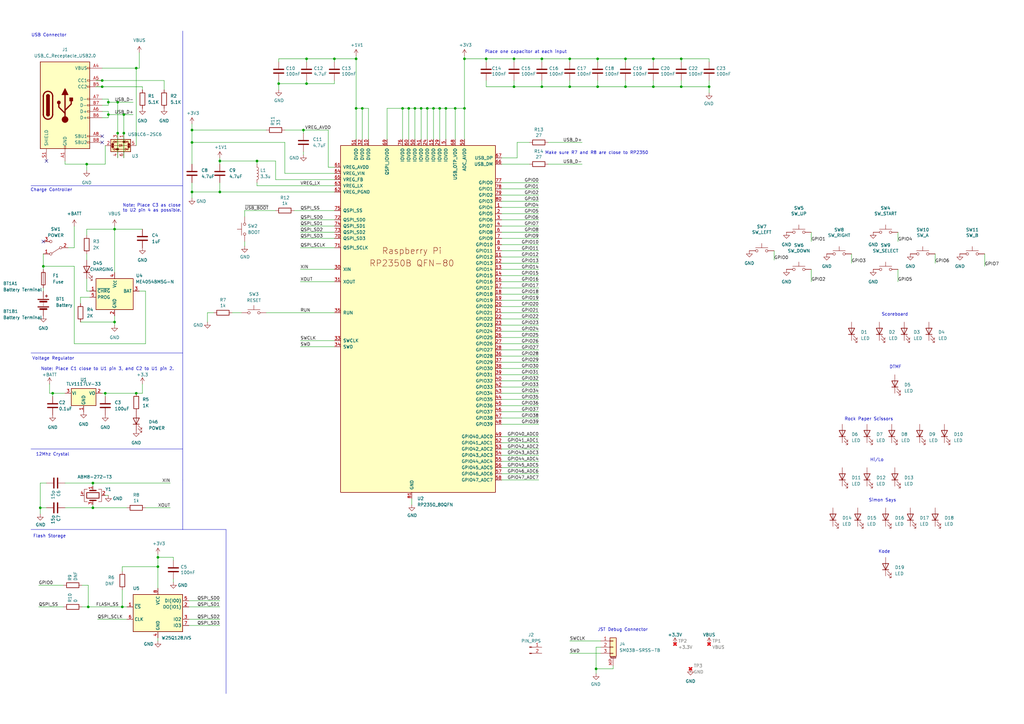
<source format=kicad_sch>
(kicad_sch (version 20250114) (generator "eeschema") (generator_version "9.0")
  (paper "A3")
  (title_block (title "OzSec 2025: CRASHANDBURN") (date "2025-03-02") (rev "1.0") (company "OzSecurity Foundation"))
  (text "Voltage Regulator" (at 21.844 147.066 0) (effects (font (size 1.27 1.27))))
  (text "Rock Paper Scissors" (at 356.362 171.958 0) (effects (font (size 1.27 1.27))))
  (text "Kode" (at 362.712 226.314 0) (effects (font (size 1.27 1.27))))
  (text "Make sure R7 and R8 are close to RP2350\n" (at 223.52 63.5 0) (effects (font (size 1.27 1.27)) (justify left bottom)))
  (text "Charge Controller" (at 21.082 77.978 0) (effects (font (size 1.27 1.27))))
  (text "USB Connector" (at 20.066 14.478 0) (effects (font (size 1.27 1.27))))
  (text "Note: Place C1 close to U1 pin 3, and C2 to U1 pin 2." (at 16.764 151.384 0) (effects (font (size 1.27 1.27)) (justify left)))
  (text "Flash Storage" (at 20.32 219.964 0) (effects (font (size 1.27 1.27))))
  (text "Note: Place C3 as close\nto U2 pin 4 as possible." (at 50.292 85.344 0) (effects (font (size 1.27 1.27)) (justify left)))
  (text "12Mhz Crystal" (at 21.59 186.436 0) (effects (font (size 1.27 1.27))))
  (text "Place one capacitor at each input" (at 215.646 21.336 0) (effects (font (size 1.27 1.27))))
  (text "JST Debug Connector" (at 245.11 259.08 0) (effects (font (size 1.27 1.27)) (justify left bottom)))
  (text "Hi/Lo" (at 359.664 188.722 0) (effects (font (size 1.27 1.27))))
  (text "DTMF" (at 367.284 150.622 0) (effects (font (size 1.27 1.27))))
  (text "Simon Says" (at 361.95 205.232 0) (effects (font (size 1.27 1.27))))
  (text "Scoreboard" (at 367.03 129.032 0) (effects (font (size 1.27 1.27))))
  (junction (at 46.99 132.08))
  (junction (at 38.1 208.28))
  (junction (at 41.91 33.02))
  (junction (at 35.56 67.31))
  (junction (at 125.73 24.13))
  (junction (at 43.18 161.29))
  (junction (at 17.78 109.22))
  (junction (at 245.11 24.13))
  (junction (at 90.17 78.74))
  (junction (at 55.88 161.29))
  (junction (at 245.11 35.56))
  (junction (at 210.82 35.56))
  (junction (at 50.8 54.61))
  (junction (at 90.17 66.04))
  (junction (at 48.26 54.61))
  (junction (at 233.68 35.56))
  (junction (at 177.8 44.45))
  (junction (at 38.1 198.12))
  (junction (at 16.51 208.28))
  (junction (at 190.5 44.45))
  (junction (at 279.4 35.56))
  (junction (at 165.1 44.45))
  (junction (at 175.26 44.45))
  (junction (at 170.18 44.45))
  (junction (at 182.88 44.45))
  (junction (at 125.73 34.29))
  (junction (at 148.59 44.45))
  (junction (at 21.59 161.29))
  (junction (at 146.05 44.45))
  (junction (at 124.46 53.34))
  (junction (at 279.4 24.13))
  (junction (at 267.97 35.56))
  (junction (at 244.475 274.32))
  (junction (at 172.72 44.45))
  (junction (at 210.82 24.13))
  (junction (at 78.74 53.34))
  (junction (at 146.05 24.13))
  (junction (at 256.54 35.56))
  (junction (at 64.77 228.6))
  (junction (at 180.34 44.45))
  (junction (at 190.5 24.13))
  (junction (at 105.41 66.04))
  (junction (at 36.195 248.92))
  (junction (at 48.26 41.91))
  (junction (at 78.74 58.42))
  (junction (at 137.16 24.13))
  (junction (at 199.39 24.13))
  (junction (at 44.45 46.99))
  (junction (at 267.97 24.13))
  (junction (at 55.88 27.94))
  (junction (at 64.77 232.41))
  (junction (at 50.165 248.92))
  (junction (at 78.74 78.74))
  (junction (at 222.25 24.13))
  (junction (at 290.83 35.56))
  (junction (at 256.54 24.13))
  (junction (at 44.45 41.91))
  (junction (at 167.64 44.45))
  (junction (at 41.91 35.56))
  (junction (at 50.8 46.99))
  (junction (at 46.99 93.98))
  (junction (at 233.68 24.13))
  (junction (at 114.3 34.29))
  (junction (at 222.25 35.56))
  (junction (at 186.69 44.45))
  (no_connect (at 41.91 58.42))
  (no_connect (at 17.78 99.06))
  (no_connect (at 19.05 66.04))
  (no_connect (at 41.91 55.88))
  (wire (pts (xy 205.74 133.35) (xy 220.98 133.35)))
  (wire (pts (xy 41.91 33.02) (xy 67.31 33.02)))
  (wire (pts (xy 30.48 92.71) (xy 30.48 101.6)))
  (wire (pts (xy 332.74 110.49) (xy 332.74 115.57)))
  (wire (pts (xy 105.41 76.2) (xy 105.41 74.93)))
  (wire (pts (xy 41.91 40.64) (xy 44.45 40.64)))
  (wire (pts (xy 113.03 86.36) (xy 100.33 86.36)))
  (wire (pts (xy 205.74 130.81) (xy 220.98 130.81)))
  (wire (pts (xy 55.88 27.94) (xy 55.88 59.69)))
  (wire (pts (xy 41.91 35.56) (xy 58.42 35.56)))
  (wire (pts (xy 71.12 228.6) (xy 64.77 228.6)))
  (wire (pts (xy 116.84 71.12) (xy 137.16 71.12)))
  (wire (pts (xy 165.1 57.15) (xy 165.1 44.45)))
  (wire (pts (xy 77.47 248.92) (xy 90.17 248.92)))
  (wire (pts (xy 123.19 110.49) (xy 137.16 110.49)))
  (wire (pts (xy 57.15 21.59) (xy 57.15 27.94)))
  (wire (pts (xy 146.05 22.86) (xy 146.05 24.13)))
  (wire (pts (xy 87.63 128.27) (xy 85.09 128.27)))
  (wire (pts (xy 95.25 128.27) (xy 99.06 128.27)))
  (wire (pts (xy 124.46 53.34) (xy 134.62 53.34)))
  (wire (pts (xy 256.54 25.4) (xy 256.54 24.13)))
  (wire (pts (xy 186.69 44.45) (xy 190.5 44.45)))
  (wire (pts (xy 125.73 33.02) (xy 125.73 34.29)))
  (wire (pts (xy 123.19 95.25) (xy 137.16 95.25)))
  (wire (pts (xy 205.74 110.49) (xy 220.98 110.49)))
  (wire (pts (xy 90.17 64.77) (xy 90.17 66.04)))
  (wire (pts (xy 290.83 33.02) (xy 290.83 35.56)))
  (polyline (pts (xy 74.93 217.17) (xy 12.7 217.17)))
  (wire (pts (xy 146.05 24.13) (xy 146.05 44.45)))
  (wire (pts (xy 199.39 33.02) (xy 199.39 35.56)))
  (wire (pts (xy 123.19 90.17) (xy 137.16 90.17)))
  (polyline (pts (xy 74.93 215.9) (xy 74.93 217.17)))
  (wire (pts (xy 43.18 203.2) (xy 44.45 203.2)))
  (wire (pts (xy 137.16 24.13) (xy 146.05 24.13)))
  (wire (pts (xy 125.73 34.29) (xy 137.16 34.29)))
  (wire (pts (xy 137.16 73.66) (xy 113.03 73.66)))
  (wire (pts (xy 205.74 194.31) (xy 220.98 194.31)))
  (wire (pts (xy 167.64 57.15) (xy 167.64 44.45)))
  (wire (pts (xy 172.72 44.45) (xy 175.26 44.45)))
  (wire (pts (xy 67.31 33.02) (xy 67.31 36.83)))
  (wire (pts (xy 78.74 78.74) (xy 78.74 81.28)))
  (wire (pts (xy 177.8 44.45) (xy 180.34 44.45)))
  (wire (pts (xy 205.74 153.67) (xy 220.98 153.67)))
  (wire (pts (xy 57.15 119.38) (xy 59.69 119.38)))
  (wire (pts (xy 90.17 74.93) (xy 90.17 78.74)))
  (wire (pts (xy 113.03 73.66) (xy 113.03 66.04)))
  (wire (pts (xy 158.75 44.45) (xy 165.1 44.45)))
  (wire (pts (xy 43.18 59.69) (xy 43.18 67.31)))
  (wire (pts (xy 21.59 161.29) (xy 21.59 162.56)))
  (wire (pts (xy 116.84 53.34) (xy 124.46 53.34)))
  (wire (pts (xy 267.97 25.4) (xy 267.97 24.13)))
  (wire (pts (xy 16.51 198.12) (xy 16.51 208.28)))
  (wire (pts (xy 15.875 248.92) (xy 26.035 248.92)))
  (wire (pts (xy 222.25 24.13) (xy 233.68 24.13)))
  (wire (pts (xy 210.82 35.56) (xy 199.39 35.56)))
  (wire (pts (xy 59.69 140.97) (xy 30.48 140.97)))
  (wire (pts (xy 205.74 123.19) (xy 220.98 123.19)))
  (wire (pts (xy 205.74 128.27) (xy 220.98 128.27)))
  (wire (pts (xy 43.18 161.29) (xy 43.18 162.56)))
  (wire (pts (xy 245.11 35.56) (xy 233.68 35.56)))
  (wire (pts (xy 212.09 58.42) (xy 212.09 64.77)))
  (wire (pts (xy 44.45 46.99) (xy 50.8 46.99)))
  (wire (pts (xy 279.4 35.56) (xy 267.97 35.56)))
  (wire (pts (xy 245.11 24.13) (xy 256.54 24.13)))
  (wire (pts (xy 64.77 261.62) (xy 64.77 262.89)))
  (wire (pts (xy 44.45 46.99) (xy 44.45 48.26)))
  (wire (pts (xy 177.8 44.45) (xy 177.8 57.15)))
  (wire (pts (xy 41.91 45.72) (xy 44.45 45.72)))
  (wire (pts (xy 148.59 44.45) (xy 151.13 44.45)))
  (wire (pts (xy 205.74 82.55) (xy 220.98 82.55)))
  (wire (pts (xy 71.12 237.49) (xy 71.12 238.76)))
  (wire (pts (xy 244.475 265.43) (xy 244.475 274.32)))
  (wire (pts (xy 114.3 24.13) (xy 125.73 24.13)))
  (wire (pts (xy 58.42 157.48) (xy 58.42 161.29)))
  (wire (pts (xy 17.78 109.22) (xy 17.78 110.49)))
  (wire (pts (xy 105.41 66.04) (xy 105.41 67.31)))
  (wire (pts (xy 205.74 191.77) (xy 220.98 191.77)))
  (wire (pts (xy 30.48 140.97) (xy 30.48 109.22)))
  (wire (pts (xy 205.74 189.23) (xy 220.98 189.23)))
  (wire (pts (xy 205.74 196.85) (xy 220.98 196.85)))
  (wire (pts (xy 64.77 227.33) (xy 64.77 228.6)))
  (wire (pts (xy 50.8 54.61) (xy 50.8 64.77)))
  (wire (pts (xy 233.68 24.13) (xy 245.11 24.13)))
  (wire (pts (xy 199.39 24.13) (xy 210.82 24.13)))
  (wire (pts (xy 16.51 208.28) (xy 16.51 210.82)))
  (wire (pts (xy 205.74 92.71) (xy 220.98 92.71)))
  (wire (pts (xy 210.82 24.13) (xy 222.25 24.13)))
  (wire (pts (xy 165.1 44.45) (xy 167.64 44.45)))
  (wire (pts (xy 233.68 33.02) (xy 233.68 35.56)))
  (wire (pts (xy 205.74 135.89) (xy 220.98 135.89)))
  (wire (pts (xy 17.78 104.14) (xy 17.78 109.22)))
  (wire (pts (xy 233.68 262.89) (xy 246.38 262.89)))
  (wire (pts (xy 244.475 274.32) (xy 244.475 276.225)))
  (wire (pts (xy 41.91 161.29) (xy 43.18 161.29)))
  (wire (pts (xy 44.45 41.91) (xy 44.45 43.18)))
  (wire (pts (xy 205.74 181.61) (xy 220.98 181.61)))
  (wire (pts (xy 116.84 58.42) (xy 116.84 71.12)))
  (wire (pts (xy 19.05 208.28) (xy 16.51 208.28)))
  (wire (pts (xy 205.74 156.21) (xy 220.98 156.21)))
  (wire (pts (xy 50.165 234.315) (xy 50.165 232.41)))
  (wire (pts (xy 50.165 248.92) (xy 52.07 248.92)))
  (wire (pts (xy 78.74 58.42) (xy 116.84 58.42)))
  (wire (pts (xy 290.83 25.4) (xy 290.83 24.13)))
  (wire (pts (xy 77.47 256.54) (xy 90.17 256.54)))
  (wire (pts (xy 27.94 101.6) (xy 30.48 101.6)))
  (wire (pts (xy 279.4 33.02) (xy 279.4 35.56)))
  (wire (pts (xy 256.54 24.13) (xy 267.97 24.13)))
  (wire (pts (xy 383.54 104.14) (xy 383.54 107.95)))
  (wire (pts (xy 125.73 25.4) (xy 125.73 24.13)))
  (wire (pts (xy 124.46 63.5) (xy 124.46 62.23)))
  (wire (pts (xy 78.74 53.34) (xy 78.74 58.42)))
  (wire (pts (xy 64.77 228.6) (xy 64.77 232.41)))
  (wire (pts (xy 78.74 74.93) (xy 78.74 78.74)))
  (wire (pts (xy 46.99 93.98) (xy 35.56 93.98)))
  (wire (pts (xy 114.3 25.4) (xy 114.3 24.13)))
  (wire (pts (xy 222.25 35.56) (xy 210.82 35.56)))
  (wire (pts (xy 17.78 118.11) (xy 17.78 119.38)))
  (wire (pts (xy 151.13 44.45) (xy 151.13 57.15)))
  (wire (pts (xy 123.19 92.71) (xy 137.16 92.71)))
  (wire (pts (xy 168.91 204.47) (xy 168.91 207.01)))
  (wire (pts (xy 46.99 92.71) (xy 46.99 93.98)))
  (wire (pts (xy 368.3 95.25) (xy 368.3 99.06)))
  (wire (pts (xy 26.67 67.31) (xy 26.67 66.04)))
  (wire (pts (xy 40.005 254) (xy 52.07 254)))
  (wire (pts (xy 33.655 248.92) (xy 36.195 248.92)))
  (wire (pts (xy 90.17 78.74) (xy 137.16 78.74)))
  (wire (pts (xy 246.38 265.43) (xy 244.475 265.43)))
  (polyline (pts (xy 74.93 12.7) (xy 74.93 76.2)))
  (wire (pts (xy 205.74 87.63) (xy 220.98 87.63)))
  (wire (pts (xy 212.09 58.42) (xy 217.17 58.42)))
  (wire (pts (xy 35.56 93.98) (xy 35.56 96.52)))
  (wire (pts (xy 205.74 166.37) (xy 220.98 166.37)))
  (wire (pts (xy 64.77 232.41) (xy 64.77 241.3)))
  (wire (pts (xy 244.475 274.32) (xy 251.46 274.32)))
  (wire (pts (xy 109.22 128.27) (xy 137.16 128.27)))
  (wire (pts (xy 44.45 41.91) (xy 48.26 41.91)))
  (polyline (pts (xy 74.93 76.2) (xy 74.93 144.78)))
  (wire (pts (xy 85.09 128.27) (xy 85.09 132.08)))
  (wire (pts (xy 41.91 27.94) (xy 55.88 27.94)))
  (wire (pts (xy 146.05 44.45) (xy 146.05 57.15)))
  (wire (pts (xy 205.74 95.25) (xy 220.98 95.25)))
  (wire (pts (xy 167.64 44.45) (xy 170.18 44.45)))
  (wire (pts (xy 58.42 35.56) (xy 58.42 36.83)))
  (wire (pts (xy 33.02 132.08) (xy 46.99 132.08)))
  (wire (pts (xy 59.69 208.28) (xy 69.85 208.28)))
  (wire (pts (xy 205.74 97.79) (xy 220.98 97.79)))
  (wire (pts (xy 114.3 33.02) (xy 114.3 34.29)))
  (wire (pts (xy 19.05 198.12) (xy 16.51 198.12)))
  (wire (pts (xy 222.25 33.02) (xy 222.25 35.56)))
  (wire (pts (xy 30.48 109.22) (xy 17.78 109.22)))
  (wire (pts (xy 36.195 240.03) (xy 36.195 248.92)))
  (wire (pts (xy 15.875 240.03) (xy 26.035 240.03)))
  (wire (pts (xy 46.99 93.98) (xy 58.42 93.98)))
  (wire (pts (xy 403.86 104.14) (xy 403.86 109.22)))
  (wire (pts (xy 190.5 44.45) (xy 190.5 57.15)))
  (wire (pts (xy 180.34 44.45) (xy 182.88 44.45)))
  (wire (pts (xy 35.56 69.85) (xy 35.56 67.31)))
  (wire (pts (xy 256.54 35.56) (xy 245.11 35.56)))
  (wire (pts (xy 256.54 33.02) (xy 256.54 35.56)))
  (wire (pts (xy 205.74 115.57) (xy 220.98 115.57)))
  (wire (pts (xy 55.88 27.94) (xy 57.15 27.94)))
  (wire (pts (xy 100.33 86.36) (xy 100.33 88.9)))
  (wire (pts (xy 124.46 53.34) (xy 124.46 54.61)))
  (wire (pts (xy 105.41 76.2) (xy 137.16 76.2)))
  (wire (pts (xy 35.56 67.31) (xy 43.18 67.31)))
  (polyline (pts (xy 74.93 144.78) (xy 74.93 196.85)))
  (wire (pts (xy 205.74 113.03) (xy 220.98 113.03)))
  (wire (pts (xy 90.17 67.31) (xy 90.17 66.04)))
  (wire (pts (xy 33.02 121.92) (xy 33.02 124.46)))
  (wire (pts (xy 205.74 85.09) (xy 220.98 85.09)))
  (wire (pts (xy 170.18 44.45) (xy 172.72 44.45)))
  (wire (pts (xy 190.5 24.13) (xy 190.5 44.45)))
  (wire (pts (xy 205.74 125.73) (xy 220.98 125.73)))
  (wire (pts (xy 50.165 232.41) (xy 64.77 232.41)))
  (wire (pts (xy 205.74 74.93) (xy 220.98 74.93)))
  (wire (pts (xy 71.12 229.87) (xy 71.12 228.6)))
  (wire (pts (xy 120.65 86.36) (xy 137.16 86.36)))
  (wire (pts (xy 46.99 132.08) (xy 46.99 129.54)))
  (wire (pts (xy 332.74 95.25) (xy 332.74 99.06)))
  (wire (pts (xy 125.73 24.13) (xy 137.16 24.13)))
  (wire (pts (xy 158.75 57.15) (xy 158.75 44.45)))
  (polyline (pts (xy 74.93 196.85) (xy 74.93 215.9)))
  (wire (pts (xy 100.33 99.06) (xy 100.33 100.965)))
  (polyline (pts (xy 12.7 76.2) (xy 74.93 76.2)))
  (wire (pts (xy 78.74 53.34) (xy 109.22 53.34)))
  (wire (pts (xy 210.82 33.02) (xy 210.82 35.56)))
  (wire (pts (xy 180.34 57.15) (xy 180.34 44.45)))
  (wire (pts (xy 33.655 240.03) (xy 36.195 240.03)))
  (wire (pts (xy 205.74 184.15) (xy 220.98 184.15)))
  (wire (pts (xy 114.3 34.29) (xy 114.3 36.83)))
  (wire (pts (xy 205.74 120.65) (xy 220.98 120.65)))
  (wire (pts (xy 134.62 68.58) (xy 137.16 68.58)))
  (wire (pts (xy 205.74 158.75) (xy 220.98 158.75)))
  (wire (pts (xy 35.56 114.3) (xy 35.56 119.38)))
  (wire (pts (xy 137.16 139.7) (xy 123.19 139.7)))
  (wire (pts (xy 199.39 25.4) (xy 199.39 24.13)))
  (wire (pts (xy 190.5 24.13) (xy 199.39 24.13)))
  (wire (pts (xy 205.74 148.59) (xy 220.98 148.59)))
  (polyline (pts (xy 92.71 217.17) (xy 74.93 217.17)))
  (wire (pts (xy 205.74 118.11) (xy 220.98 118.11)))
  (wire (pts (xy 290.83 35.56) (xy 279.4 35.56)))
  (wire (pts (xy 172.72 57.15) (xy 172.72 44.45)))
  (wire (pts (xy 48.26 41.91) (xy 48.26 54.61)))
  (wire (pts (xy 36.195 248.92) (xy 50.165 248.92)))
  (wire (pts (xy 205.74 146.05) (xy 220.98 146.05)))
  (wire (pts (xy 113.03 66.04) (xy 105.41 66.04)))
  (wire (pts (xy 267.97 33.02) (xy 267.97 35.56)))
  (wire (pts (xy 233.68 35.56) (xy 222.25 35.56)))
  (wire (pts (xy 205.74 168.91) (xy 220.98 168.91)))
  (wire (pts (xy 77.47 246.38) (xy 90.17 246.38)))
  (wire (pts (xy 205.74 90.17) (xy 220.98 90.17)))
  (wire (pts (xy 267.97 35.56) (xy 256.54 35.56)))
  (wire (pts (xy 175.26 44.45) (xy 177.8 44.45)))
  (wire (pts (xy 245.11 25.4) (xy 245.11 24.13)))
  (wire (pts (xy 245.11 33.02) (xy 245.11 35.56)))
  (wire (pts (xy 205.74 179.07) (xy 220.98 179.07)))
  (wire (pts (xy 205.74 105.41) (xy 220.98 105.41)))
  (wire (pts (xy 39.37 35.56) (xy 41.91 35.56)))
  (wire (pts (xy 170.18 57.15) (xy 170.18 44.45)))
  (wire (pts (xy 205.74 107.95) (xy 220.98 107.95)))
  (wire (pts (xy 205.74 161.29) (xy 220.98 161.29)))
  (wire (pts (xy 35.56 104.14) (xy 35.56 106.68)))
  (wire (pts (xy 205.74 171.45) (xy 220.98 171.45)))
  (wire (pts (xy 50.8 46.99) (xy 54.61 46.99)))
  (wire (pts (xy 21.59 161.29) (xy 20.32 161.29)))
  (wire (pts (xy 137.16 115.57) (xy 123.19 115.57)))
  (wire (pts (xy 35.56 67.31) (xy 26.67 67.31)))
  (wire (pts (xy 38.1 208.28) (xy 52.07 208.28)))
  (wire (pts (xy 90.17 66.04) (xy 105.41 66.04)))
  (wire (pts (xy 137.16 101.6) (xy 123.19 101.6)))
  (wire (pts (xy 205.74 64.77) (xy 212.09 64.77)))
  (wire (pts (xy 349.25 104.14) (xy 349.25 107.95)))
  (wire (pts (xy 21.59 161.29) (xy 26.67 161.29)))
  (wire (pts (xy 50.8 46.99) (xy 50.8 54.61)))
  (wire (pts (xy 205.74 102.87) (xy 220.98 102.87)))
  (wire (pts (xy 50.165 241.935) (xy 50.165 248.92)))
  (wire (pts (xy 44.45 40.64) (xy 44.45 41.91)))
  (wire (pts (xy 123.19 97.79) (xy 137.16 97.79)))
  (wire (pts (xy 114.3 34.29) (xy 125.73 34.29)))
  (polyline (pts (xy 92.71 284.48) (xy 92.71 217.17)))
  (wire (pts (xy 38.1 207.01) (xy 38.1 208.28)))
  (wire (pts (xy 77.47 254) (xy 90.17 254)))
  (wire (pts (xy 137.16 34.29) (xy 137.16 33.02)))
  (wire (pts (xy 186.69 57.15) (xy 186.69 44.45)))
  (wire (pts (xy 190.5 22.86) (xy 190.5 24.13)))
  (wire (pts (xy 134.62 53.34) (xy 134.62 68.58)))
  (wire (pts (xy 222.25 25.4) (xy 222.25 24.13)))
  (wire (pts (xy 59.69 119.38) (xy 59.69 140.97)))
  (wire (pts (xy 267.97 24.13) (xy 279.4 24.13)))
  (wire (pts (xy 368.3 110.49) (xy 368.3 115.57)))
  (wire (pts (xy 41.91 48.26) (xy 44.45 48.26)))
  (wire (pts (xy 182.88 44.45) (xy 182.88 57.15)))
  (wire (pts (xy 48.26 54.61) (xy 48.26 64.77)))
  (wire (pts (xy 182.88 44.45) (xy 186.69 44.45)))
  (wire (pts (xy 279.4 24.13) (xy 290.83 24.13)))
  (wire (pts (xy 38.1 198.12) (xy 69.85 198.12)))
  (wire (pts (xy 205.74 186.69) (xy 220.98 186.69)))
  (wire (pts (xy 39.37 33.02) (xy 41.91 33.02)))
  (wire (pts (xy 148.59 57.15) (xy 148.59 44.45)))
  (wire (pts (xy 44.45 43.18) (xy 41.91 43.18)))
  (wire (pts (xy 175.26 57.15) (xy 175.26 44.45)))
  (wire (pts (xy 205.74 163.83) (xy 220.98 163.83)))
  (wire (pts (xy 224.79 58.42) (xy 238.76 58.42)))
  (wire (pts (xy 43.18 161.29) (xy 55.88 161.29)))
  (wire (pts (xy 233.68 267.97) (xy 246.38 267.97)))
  (wire (pts (xy 290.83 35.56) (xy 290.83 38.1)))
  (wire (pts (xy 78.74 50.8) (xy 78.74 53.34)))
  (wire (pts (xy 26.67 198.12) (xy 38.1 198.12)))
  (wire (pts (xy 137.16 25.4) (xy 137.16 24.13)))
  (wire (pts (xy 251.46 273.05) (xy 251.46 274.32)))
  (wire (pts (xy 205.74 151.13) (xy 220.98 151.13)))
  (wire (pts (xy 36.83 121.92) (xy 33.02 121.92)))
  (wire (pts (xy 205.74 100.33) (xy 220.98 100.33)))
  (wire (pts (xy 224.79 67.31) (xy 238.76 67.31)))
  (wire (pts (xy 233.68 25.4) (xy 233.68 24.13)))
  (wire (pts (xy 205.74 77.47) (xy 220.98 77.47)))
  (wire (pts (xy 205.74 143.51) (xy 220.98 143.51)))
  (polyline (pts (xy 12.7 184.15) (xy 74.93 184.15)))
  (wire (pts (xy 205.74 173.99) (xy 220.98 173.99)))
  (wire (pts (xy 210.82 25.4) (xy 210.82 24.13)))
  (wire (pts (xy 205.74 140.97) (xy 220.98 140.97)))
  (wire (pts (xy 20.32 157.48) (xy 20.32 161.29)))
  (wire (pts (xy 205.74 138.43) (xy 220.98 138.43)))
  (wire (pts (xy 38.1 199.39) (xy 38.1 198.12)))
  (wire (pts (xy 46.99 93.98) (xy 46.99 111.76)))
  (wire (pts (xy 48.26 41.91) (xy 54.61 41.91)))
  (polyline (pts (xy 12.7 144.78) (xy 74.93 144.78)))
  (wire (pts (xy 148.59 44.45) (xy 146.05 44.45)))
  (wire (pts (xy 55.88 161.29) (xy 58.42 161.29)))
  (wire (pts (xy 137.16 142.24) (xy 123.19 142.24)))
  (wire (pts (xy 205.74 80.01) (xy 220.98 80.01)))
  (wire (pts (xy 35.56 119.38) (xy 36.83 119.38)))
  (wire (pts (xy 279.4 25.4) (xy 279.4 24.13)))
  (wire (pts (xy 78.74 58.42) (xy 78.74 67.31)))
  (wire (pts (xy 317.5 102.87) (xy 317.5 106.68)))
  (wire (pts (xy 26.67 208.28) (xy 38.1 208.28)))
  (wire (pts (xy 205.74 67.31) (xy 217.17 67.31)))
  (wire (pts (xy 44.45 45.72) (xy 44.45 46.99)))
  (wire (pts (xy 78.74 78.74) (xy 90.17 78.74)))
  (wire (pts (xy 46.99 133.35) (xy 46.99 132.08)))
  (label "SWD" (at 233.68 267.97 0))
  (label "VREG_LX" (at 123.19 76.2 0))
  (label "GPIO6" (at 220.98 90.17 180))
  (label "GPIO40_ADC0" (at 220.98 179.07 180))
  (label "GPIO0" (at 317.5 106.68 0))
  (label "GPIO36" (at 220.98 166.37 180))
  (label "GPIO27" (at 220.98 143.51 180))
  (label "QSPI_SD0" (at 123.19 90.17 0))
  (label "GPIO24" (at 220.98 135.89 180))
  (label "GPIO34" (at 220.98 161.29 180))
  (label "QSPI_SS" (at 123.19 86.36 0))
  (label "GPIO12" (at 220.98 105.41 180))
  (label "GPIO30" (at 220.98 151.13 180))
  (label "GPIO20" (at 220.98 125.73 180))
  (label "GPIO0" (at 15.875 240.03 0))
  (label "GPIO3" (at 349.25 107.95 0))
  (label "GPIO45_ADC5" (at 220.98 191.77 180))
  (label "GPIO32" (at 220.98 156.21 180))
  (label "SWCLK" (at 233.68 262.89 0))
  (label "QSPI_SCLK" (at 40.005 254 0))
  (label "RUN" (at 123.19 128.27 0))
  (label "USB_D-" (at 238.76 67.31 180))
  (label "GPIO2" (at 220.98 80.01 180))
  (label "GPIO3" (at 220.98 82.55 180))
  (label "QSPI_SS" (at 15.875 248.92 0))
  (label "GPIO38" (at 220.98 171.45 180))
  (label "QSPI_SD0" (at 90.17 246.38 180))
  (label "USB_D-" (at 46.99 41.91 0))
  (label "GPIO41_ADC1" (at 220.98 181.61 180))
  (label "GPIO10" (at 220.98 100.33 180))
  (label "~{USB_BOOT}" (at 100.33 86.36 0))
  (label "USB_D+" (at 238.76 58.42 180))
  (label "GPIO21" (at 220.98 128.27 180))
  (label "QSPI_SD3" (at 123.19 97.79 0))
  (label "GPIO23" (at 220.98 133.35 180))
  (label "GPIO5" (at 220.98 87.63 180))
  (label "USB_D+" (at 46.99 46.99 0))
  (label "GPIO5" (at 368.3 115.57 0))
  (label "GPIO4" (at 220.98 85.09 180))
  (label "XOUT" (at 123.19 115.57 0))
  (label "GPIO35" (at 220.98 163.83 180))
  (label "GPIO6" (at 383.54 107.95 0))
  (label "FLASH_SS" (at 39.37 248.92 0))
  (label "GPIO31" (at 220.98 153.67 180))
  (label "QSPI_SD1" (at 123.19 92.71 0))
  (label "GPIO44_ADC4" (at 220.98 189.23 180))
  (label "GPIO17" (at 220.98 118.11 180))
  (label "GPIO1" (at 220.98 77.47 180))
  (label "XIN" (at 123.19 110.49 0))
  (label "GPIO7" (at 220.98 92.71 180))
  (label "GPIO13" (at 220.98 107.95 180))
  (label "GPIO4" (at 368.3 99.06 0))
  (label "GPIO11" (at 220.98 102.87 180))
  (label "GPIO37" (at 220.98 168.91 180))
  (label "GPIO15" (at 220.98 113.03 180))
  (label "GPIO7" (at 403.86 109.22 0))
  (label "GPIO8" (at 220.98 95.25 180))
  (label "GPIO22" (at 220.98 130.81 180))
  (label "GPIO1" (at 332.74 99.06 0))
  (label "GPIO42_ADC2" (at 220.98 184.15 180))
  (label "GPIO18" (at 220.98 120.65 180))
  (label "QSPI_SD2" (at 90.17 254 180))
  (label "GPIO19" (at 220.98 123.19 180))
  (label "SWCLK" (at 123.19 139.7 0))
  (label "QSPI_SCLK" (at 123.19 101.6 0))
  (label "GPIO47_ADC7" (at 220.98 196.85 180))
  (label "GPIO28" (at 220.98 146.05 180))
  (label "GPIO26" (at 220.98 140.97 180))
  (label "VREG_AVDD" (at 125.095 53.34 0))
  (label "GPIO16" (at 220.98 115.57 180))
  (label "GPIO25" (at 220.98 138.43 180))
  (label "GPIO9" (at 220.98 97.79 180))
  (label "XOUT" (at 69.85 208.28 180))
  (label "QSPI_SD2" (at 123.19 95.25 0))
  (label "SWD" (at 123.19 142.24 0))
  (label "XIN" (at 69.85 198.12 180))
  (label "GPIO46_ADC6" (at 220.98 194.31 180))
  (label "GPIO29" (at 220.98 148.59 180))
  (label "QSPI_SD1" (at 90.17 248.92 180))
  (label "GPIO14" (at 220.98 110.49 180))
  (label "GPIO43_ADC3" (at 220.98 186.69 180))
  (label "GPIO33" (at 220.98 158.75 180))
  (label "GPIO39" (at 220.98 173.99 180))
  (label "GPIO2" (at 332.74 115.57 0))
  (label "QSPI_SD3" (at 90.17 256.54 180))
  (label "GPIO0" (at 220.98 74.93 180))
  (symbol (lib_id "power:GND") (at 16.51 210.82 0) (unit 1)
    (property "Reference" "#PWR09" (effects (hide yes)))
    (property "Value" "GND" (at 16.637 215.2142 0))
  )
  (symbol (lib_id "power:GND") (at 64.77 262.89 0) (unit 1)
    (property "Reference" "#PWR07" (effects (hide yes)))
    (property "Value" "GND" (at 60.96 264.16 0))
  )
  (symbol (lib_id "Device:R") (at 220.98 58.42 270) (unit 1)
    (property "Reference" "R13" (at 220.98 53.1622 90))
    (property "Value" "27" (at 220.98 55.4736 90))
    (property "Footprint" "Resistor_SMD:R_0402_1005Metric" (effects (hide yes)))
    (property "LCSC" "C138021" (effects (hide yes)))
    (property "Link" "https://jlcpcb.com/partdetail/Yageo-RC0402FR0727RL/C138021" (effects (hide yes)))
  )
  (symbol (lib_id "Device:R") (at 220.98 67.31 270) (unit 1)
    (property "Reference" "R14" (at 220.98 62.0522 90))
    (property "Value" "27" (at 220.98 64.3636 90))
    (property "Footprint" "Resistor_SMD:R_0402_1005Metric" (effects (hide yes)))
    (property "LCSC" "C138021" (effects (hide yes)))
    (property "Link" "https://jlcpcb.com/partdetail/Yageo-RC0402FR0727RL/C138021" (effects (hide yes)))
  )
  (symbol (lib_id "Device:C") (at 222.25 29.21 0) (unit 1)
    (property "Reference" "C16" (at 225.171 28.0416 0) (effects (justify left)))
    (property "Value" "100nF" (at 225.171 30.353 0) (effects (justify left)))
    (property "Footprint" "Capacitor_SMD:C_0402_1005Metric" (effects (hide yes)))
    (property "LCSC" "C307331" (effects (hide yes)))
    (property "Link" "https://jlcpcb.com/partdetail/291005-CL05B104KB54PNC/C307331" (effects (hide yes)))
  )
  (symbol (lib_id "Device:C") (at 233.68 29.21 0) (unit 1)
    (property "Reference" "C17" (at 236.601 28.0416 0) (effects (justify left)))
    (property "Value" "100nF" (at 236.601 30.353 0) (effects (justify left)))
    (property "Footprint" "Capacitor_SMD:C_0402_1005Metric" (effects (hide yes)))
    (property "LCSC" "C307331" (effects (hide yes)))
    (property "Link" "https://jlcpcb.com/partdetail/291005-CL05B104KB54PNC/C307331" (effects (hide yes)))
  )
  (symbol (lib_id "Device:C") (at 245.11 29.21 0) (unit 1)
    (property "Reference" "C18" (at 248.031 28.0416 0) (effects (justify left)))
    (property "Value" "100nF" (at 248.031 30.353 0) (effects (justify left)))
    (property "Footprint" "Capacitor_SMD:C_0402_1005Metric" (effects (hide yes)))
    (property "LCSC" "C307331" (effects (hide yes)))
    (property "Link" "https://jlcpcb.com/partdetail/291005-CL05B104KB54PNC/C307331" (effects (hide yes)))
  )
  (symbol (lib_id "Device:C") (at 256.54 29.21 0) (unit 1)
    (property "Reference" "C19" (at 259.461 28.0416 0) (effects (justify left)))
    (property "Value" "100nF" (at 259.461 30.353 0) (effects (justify left)))
    (property "Footprint" "Capacitor_SMD:C_0402_1005Metric" (effects (hide yes)))
    (property "LCSC" "C307331" (effects (hide yes)))
    (property "Link" "https://jlcpcb.com/partdetail/291005-CL05B104KB54PNC/C307331" (effects (hide yes)))
  )
  (symbol (lib_id "Device:C") (at 267.97 29.21 0) (unit 1)
    (property "Reference" "C20" (at 270.891 28.0416 0) (effects (justify left)))
    (property "Value" "100nF" (at 270.891 30.353 0) (effects (justify left)))
    (property "Footprint" "Capacitor_SMD:C_0402_1005Metric" (effects (hide yes)))
    (property "LCSC" "C307331" (effects (hide yes)))
    (property "Link" "https://jlcpcb.com/partdetail/291005-CL05B104KB54PNC/C307331" (effects (hide yes)))
  )
  (symbol (lib_id "Device:C") (at 279.4 29.21 0) (unit 1)
    (property "Reference" "C22" (at 282.321 28.0416 0) (effects (justify left)))
    (property "Value" "100nF" (at 282.321 30.353 0) (effects (justify left)))
    (property "Footprint" "Capacitor_SMD:C_0402_1005Metric" (effects (hide yes)))
    (property "LCSC" "C307331" (effects (hide yes)))
    (property "Link" "https://jlcpcb.com/partdetail/291005-CL05B104KB54PNC/C307331" (effects (hide yes)))
  )
  (symbol (lib_id "Device:Crystal_GND24") (at 38.1 203.2 270) (unit 1)
    (property "Reference" "Y1" (at 43.18 200.66 90) (effects (justify left)))
    (property "Value" "ABM8-272-T3" (at 31.75 195.58 90) (effects (justify left)))
    (property "Footprint" "Crystal:Crystal_SMD_3225-4Pin_3.2x2.5mm" (effects (hide yes)))
    (property "Link" "https://jlcpcb.com/partdetail/AbraconLlc-ABM8_272T3/C20625731" (effects (hide yes)))
    (property "LCSC" "C20625731" (effects (hide yes)))
  )
  (symbol (lib_id "Device:R") (at 55.88 208.28 270) (unit 1)
    (property "Reference" "R8" (at 55.88 203.0222 90))
    (property "Value" "1k" (at 55.88 205.3336 90))
    (property "Footprint" "Resistor_SMD:R_0402_1005Metric" (effects (hide yes)))
    (property "LCSC" "C11702" (effects (hide yes)))
    (property "Link" "https://jlcpcb.com/partdetail/12256-0402WGF1001TCE/C11702" (effects (hide yes)))
  )
  (symbol (lib_id "Device:R") (at 33.02 128.27 0) (unit 1)
    (property "Reference" "R4" (at 35.56 127 0) (effects (justify left)))
    (property "Value" "2K" (at 35.56 129.54 0) (effects (justify left)))
    (property "Footprint" "Resistor_SMD:R_0402_1005Metric" (effects (hide yes)))
    (property "Datasheet" "https://jlcpcb.com/api/file/downloadByFileSystemAccessId/8579707948863373312" (effects (hide yes)))
    (property "Description" "Resistor SMD" (effects (hide yes)))
    (property "LCSC" "C4109" (effects (hide yes)))
    (property "Link" "https://jlcpcb.com/partdetail/4516-0402WGF2001TCE/C4109" (effects (hide yes)))
  )
  (symbol (lib_id "Connector:Conn_01x02_Pin") (at 217.17 265.43 0) (unit 1)
    (property "Reference" "J2" (at 217.805 260.35 0))
    (property "Value" "PIN_RPS" (at 217.805 262.89 0))
    (property "Footprint" "Connector_PinHeader_2.54mm:PinHeader_1x02_P2.54mm_Horizontal" (effects (hide yes)))
    (property "Description" "Generic connector, single row, 01x02, script generated" (effects (hide yes)))
  )
  (symbol (lib_name "GND_3") (lib_id "power:GND") (at 358.14 95.25 0) (unit 1)
    (property "Reference" "#PWR036" (effects (hide yes)))
    (property "Value" "GND" (at 358.14 100.33 0))
    (property "Description" "Power symbol creates a global label with name \"GND\" , ground" (effects (hide yes)))
  )
  (symbol (lib_id "Device:C") (at 137.16 29.21 0) (unit 1)
    (property "Reference" "C13" (at 140.081 28.0416 0) (effects (justify left)))
    (property "Value" "100nF" (at 140.081 30.353 0) (effects (justify left)))
    (property "Footprint" "Capacitor_SMD:C_0402_1005Metric" (effects (hide yes)))
    (property "LCSC" "C307331" (effects (hide yes)))
    (property "Link" "https://jlcpcb.com/partdetail/291005-CL05B104KB54PNC/C307331" (effects (hide yes)))
  )
  (symbol (lib_id "power:GND") (at 114.3 36.83 0) (unit 1)
    (property "Reference" "#PWR031" (effects (hide yes)))
    (property "Value" "GND" (at 114.427 41.2242 0))
  )
  (symbol (lib_id "power:GND") (at 55.88 176.53 0) (unit 1)
    (property "Reference" "#PWR023" (effects (hide yes)))
    (property "Value" "GND" (at 55.88 181.61 0))
  )
  (symbol (lib_id "power:GND") (at 17.78 129.54 0) (unit 1)
    (property "Reference" "#PWR014" (effects (hide yes)))
    (property "Value" "GND" (at 17.78 134.62 0))
  )
  (symbol (lib_id "Device:LED") (at 373.38 212.09 90) (unit 1)
    (property "Reference" "D17" (at 377.19 212.4074 90) (effects (justify right)))
    (property "Value" "LED" (at 377.19 214.9474 90) (effects (justify right)))
    (property "Description" "Light emitting diode" (effects (hide yes)))
    (property "Sim.Pins" "1=K 2=A" (effects (hide yes)))
  )
  (symbol (lib_id "Device:C") (at 210.82 29.21 0) (unit 1)
    (property "Reference" "C15" (at 213.741 28.0416 0) (effects (justify left)))
    (property "Value" "100nF" (at 213.741 30.353 0) (effects (justify left)))
    (property "Footprint" "Capacitor_SMD:C_0402_1005Metric" (effects (hide yes)))
    (property "LCSC" "C307331" (effects (hide yes)))
    (property "Link" "https://jlcpcb.com/partdetail/291005-CL05B104KB54PNC/C307331" (effects (hide yes)))
  )
  (symbol (lib_id "power:GND") (at 290.83 38.1 0) (mirror y) (unit 1)
    (property "Reference" "#PWR038" (effects (hide yes)))
    (property "Value" "GND" (at 290.703 42.4942 0))
  )
  (symbol (lib_id "Switch:SW_Push") (at 104.14 128.27 0) (unit 1)
    (property "Reference" "SW3" (at 104.14 120.65 0))
    (property "Value" "RESET" (at 104.14 123.19 0))
    (property "Footprint" "Button_Switch_SMD:SW_Push_1P1T_XKB_TS-1187A" (effects (hide yes)))
    (property "Datasheet" "https://wmsc.lcsc.com/wmsc/upload/file/pdf/v2/lcsc/2304140030_XKB-Connection-TS-1187A-B-A-B_C318884.pdf" (effects (hide yes)))
    (property "Description" "SMD Button" (effects (hide yes)))
    (property "LCSC" "C318884" (effects (hide yes)))
    (property "Link" "https://jlcpcb.com/partdetail/XkbConnection-TS_1187A_B_AB/C318884" (effects (hide yes)))
  )
  (symbol (lib_id "Device:C") (at 22.86 208.28 270) (unit 1)
    (property "Reference" "C7" (at 24.0284 211.201 0) (effects (justify left)))
    (property "Value" "15p" (at 21.717 211.201 0) (effects (justify left)))
    (property "Footprint" "Capacitor_SMD:C_0402_1005Metric" (effects (hide yes)))
    (property "LCSC" "C1644" (effects (hide yes)))
    (property "Link" "https://jlcpcb.com/partdetail/1996-CL10C150JB8NNNC/C1644" (effects (hide yes)))
  )
  (symbol (lib_id "Device:C") (at 290.83 29.21 0) (unit 1)
    (property "Reference" "C23" (at 293.751 28.0416 0) (effects (justify left)))
    (property "Value" "100nF" (at 293.751 30.353 0) (effects (justify left)))
    (property "Footprint" "Capacitor_SMD:C_0402_1005Metric" (effects (hide yes)))
    (property "LCSC" "C307331" (effects (hide yes)))
    (property "Link" "https://jlcpcb.com/partdetail/291005-CL05B104KB54PNC/C307331" (effects (hide yes)))
  )
  (symbol (lib_id "power:GND") (at 124.46 63.5 0) (unit 1)
    (property "Reference" "#PWR032" (effects (hide yes)))
    (property "Value" "GND" (at 120.65 64.77 0))
  )
  (symbol (lib_id "Device:LED") (at 35.56 110.49 90) (unit 1)
    (property "Reference" "D45" (at 38.1 107.95 90) (effects (justify right)))
    (property "Value" "CHARGING" (at 36.83 110.49 90) (effects (justify right)))
    (property "Footprint" "LED_SMD:LED_0805_2012Metric_Pad1.15x1.40mm_HandSolder" (effects (hide yes)))
    (property "Datasheet" "https://wmsc.lcsc.com/wmsc/upload/file/pdf/v2/lcsc/1806151129_Hubei-KENTO-Elec-KT-0805Y_C2296.pdf" (effects (hide yes)))
    (property "Description" "LED Yellow" (effects (hide yes)))
    (property "LCSC" "C2296" (effects (hide yes)))
    (property "Link" "https://wmsc.lcsc.com/wmsc/upload/file/pdf/v2/lcsc/1806151129_Hubei-KENTO-Elec-KT-0805Y_C2296.pdf" (effects (hide yes)))
  )
  (symbol (lib_id "Device:LED") (at 345.44 195.58 90) (unit 1)
    (property "Reference" "D11" (at 349.25 195.8974 90) (effects (justify right)))
    (property "Value" "LED" (at 349.25 198.4374 90) (effects (justify right)))
    (property "Description" "Light emitting diode" (effects (hide yes)))
    (property "Sim.Pins" "1=K 2=A" (effects (hide yes)))
  )
  (symbol (lib_id "Switch:SW_Push") (at 363.22 95.25 0) (unit 1)
    (property "Reference" "SW4" (at 363.22 85.344 0))
    (property "Value" "SW_START" (at 363.22 87.63 0))
    (property "Footprint" "Button_Switch_SMD:SW_Push_1P1T_XKB_TS-1187A" (effects (hide yes)))
    (property "Description" "Push button switch, generic, two pins" (effects (hide yes)))
    (property "LCSC" "C2888900" (effects (hide yes)))
    (property "Link" "https://jlcpcb.com/partdetail/Bzcn-TSC015A03526A/C2888900" (effects (hide yes)))
  )
  (symbol (lib_id "Device:R") (at 113.03 53.34 90) (unit 1)
    (property "Reference" "R11" (at 111.8616 51.562 0) (effects (justify left)))
    (property "Value" "33" (at 114.173 51.562 0) (effects (justify left)))
    (property "Footprint" "Resistor_SMD:R_0402_1005Metric" (effects (hide yes)))
    (property "LCSC" "C25105" (effects (hide yes)))
  )
  (symbol (lib_id "power:GND") (at 44.45 203.2 0) (unit 1)
    (property "Reference" "#PWR027" (effects (hide yes)))
    (property "Value" "GND" (at 48.26 204.47 0))
  )
  (symbol (lib_id "Switch:SW_SPDT") (at 22.86 101.6 180) (unit 1)
    (property "Reference" "SW1" (at 22.86 93.98 0))
    (property "Value" "POWER" (at 22.86 96.52 0))
    (property "Footprint" "Button_Switch_SMD:SW_SPDT_PCM12" (effects (hide yes)))
    (property "Datasheet" "https://wmsc.lcsc.com/wmsc/upload/file/pdf/v2/lcsc/1912111437_SHOU-HAN-MSK12C02-HB_C431541.pdf" (effects (hide yes)))
    (property "Description" "Power switch" (effects (hide yes)))
    (property "LCSC" "C431541" (effects (hide yes)))
    (property "Link" "https://jlcpcb.com/partdetail/ShouHan-MSK12C02HB/C431541" (effects (hide yes)))
  )
  (symbol (lib_name "GND_3") (lib_id "power:GND") (at 322.58 110.49 0) (unit 1)
    (property "Reference" "#PWR02" (effects (hide yes)))
    (property "Value" "GND" (at 322.58 115.57 0))
    (property "Description" "Power symbol creates a global label with name \"GND\" , ground" (effects (hide yes)))
  )
  (symbol (lib_id "Device:R") (at 29.845 240.03 90) (unit 1)
    (property "Reference" "R9" (at 28.6766 238.252 0) (effects (justify left)))
    (property "Value" "DNF" (at 30.988 238.252 0) (effects (justify left)))
    (property "Footprint" "Resistor_SMD:R_0402_1005Metric" (effects (hide yes)))
  )
  (symbol (lib_id "power:GND") (at 58.42 101.6 0) (unit 1)
    (property "Reference" "#PWR024" (effects (hide yes)))
    (property "Value" "GND" (at 58.42 106.68 0))
  )
  (symbol (lib_id "Device:R") (at 50.165 238.125 0) (mirror y) (unit 1)
    (property "Reference" "R6" (at 46.99 236.855 0) (effects (justify left)))
    (property "Value" "DNF" (at 46.99 239.395 0) (effects (justify left)))
    (property "Footprint" "Resistor_SMD:R_0402_1005Metric" (effects (hide yes)))
  )
  (symbol (lib_id "Connector:USB_C_Receptacle_USB2.0") (at 26.67 43.18 0) (unit 1)
    (property "Reference" "J1" (at 26.67 20.32 0))
    (property "Value" "USB_C_Receptacle_USB2.0" (at 26.67 22.86 0))
    (property "Footprint" "Connector_USB:USB_C_Receptacle_G-Switch_GT-USB-7010ASV" (effects (hide yes)))
    (property "Datasheet" "https://wmsc.lcsc.com/wmsc/upload/file/pdf/v2/lcsc/2303271630_G-Switch-GT-USB-7010ASV_C2988369.pdf" (effects (hide yes)))
    (property "Description" "USB Type-C connector" (effects (hide yes)))
    (property "LCSC" "C2988369" (effects (hide yes)))
    (property "Link" "https://jlcpcb.com/partdetail/gswitch-GT_USB7010ASV/C2988369" (effects (hide yes)))
  )
  (symbol (lib_id "power:+1V1") (at 146.05 22.86 0) (unit 1)
    (property "Reference" "#PWR033" (effects (hide yes)))
    (property "Value" "+1V1" (at 146.431 18.4658 0))
  )
  (symbol (lib_id "Connector:TestPoint_Small") (at 283.21 274.32 0) (unit 1) (dnp yes)
    (property "Reference" "TP3" (at 284.48 273.0499 0) (effects (justify left)))
    (property "Value" "GND" (at 284.48 275.5899 0) (effects (justify left)))
    (property "Footprint" "TestPoint:TestPoint_Pad_1.5x1.5mm" (effects (hide yes)))
    (property "Description" "test point" (effects (hide yes)))
  )
  (symbol (lib_id "Device:C") (at 58.42 97.79 0) (unit 1)
    (property "Reference" "C4" (at 62.23 96.52 0) (effects (justify left)))
    (property "Value" "1uF" (at 62.23 99.06 0) (effects (justify left)))
    (property "Footprint" "Capacitor_SMD:C_0402_1005Metric" (effects (hide yes)))
    (property "Datasheet" "https://wmsc.lcsc.com/wmsc/upload/file/pdf/v2/lcsc/2304140030_Samsung-Electro-Mechanics-CL05A105KA5NQNC_C52923.pdf" (effects (hide yes)))
    (property "Description" "Capacitor SMD" (effects (hide yes)))
    (property "LCSC" "C52923" (effects (hide yes)))
    (property "Link" "https://jlcpcb.com/partdetail/53938-CL05A105KA5NQNC/C52923" (effects (hide yes)))
  )
  (symbol (lib_id "power:GND") (at 244.475 276.225 0) (mirror y) (unit 1)
    (property "Reference" "#PWR039" (effects (hide yes)))
    (property "Value" "GND" (at 244.348 280.6192 0))
  )
  (symbol (lib_id "Device:C") (at 124.46 58.42 0) (unit 1)
    (property "Reference" "C11" (at 128.27 57.15 0) (effects (justify left)))
    (property "Value" "4.7uF" (at 128.27 59.69 0) (effects (justify left)))
    (property "Footprint" "Capacitor_SMD:C_0402_1005Metric" (effects (hide yes)))
    (property "LCSC" "C23733" (effects (hide yes)))
    (property "Link" "https://jlcpcb.com/partdetail/24469-CL05A475MP5NRNC/C23733" (effects (hide yes)))
  )
  (symbol (lib_id "Device:LED") (at 387.35 177.8 90) (unit 1)
    (property "Reference" "D10" (at 391.16 178.1174 90) (effects (justify right)))
    (property "Value" "LED" (at 391.16 180.6574 90) (effects (justify right)))
    (property "Description" "Light emitting diode" (effects (hide yes)))
    (property "Sim.Pins" "1=K 2=A" (effects (hide yes)))
  )
  (symbol (lib_id "power:GND") (at 43.18 170.18 0) (unit 1)
    (property "Reference" "#PWR020" (effects (hide yes)))
    (property "Value" "GND" (at 43.18 175.26 0))
  )
  (symbol (lib_id "Device:C") (at 22.86 198.12 270) (unit 1)
    (property "Reference" "C6" (at 24.0284 201.041 0) (effects (justify left)))
    (property "Value" "15p" (at 21.717 201.041 0) (effects (justify left)))
    (property "Footprint" "Capacitor_SMD:C_0402_1005Metric" (effects (hide yes)))
    (property "LCSC" "C1644" (effects (hide yes)))
    (property "Link" "https://jlcpcb.com/partdetail/1996-CL10C150JB8NNNC/C1644" (effects (hide yes)))
  )
  (symbol (lib_id "Device:L") (at 105.41 71.12 0) (unit 1)
    (property "Reference" "L1" (at 106.68 69.85 0) (effects (justify left)))
    (property "Value" "3.3u" (at 106.68 72.39 0) (effects (justify left)))
    (property "Footprint" "RP2350_80QFN_minimal:L_pol_2016" (effects (hide yes)))
    (property "LCSC" "C42411119" (effects (hide yes)))
    (property "Link" "https://jlcpcb.com/partdetail/AbraconLlc-AOTA_B201610S3R3_101T/C42411119" (effects (hide yes)))
  )
  (symbol (lib_id "Device:Fuse") (at 17.78 114.3 0) (unit 1)
    (property "Reference" "F1" (at 21.59 113.03 0) (effects (justify left)))
    (property "Value" "Fuse" (at 21.59 115.57 0) (effects (justify left)))
    (property "Footprint" "Fuse:Fuse_1206_3216Metric" (effects (hide yes)))
    (property "Datasheet" "https://wmsc.lcsc.com/wmsc/upload/file/pdf/v2/lcsc/1810101859_TLC-Electronic-TLC-NSMD200_C261957.pdf" (effects (hide yes)))
    (property "Description" "Fuse" (effects (hide yes)))
    (property "LCSC" "C261957" (effects (hide yes)))
    (property "Link" "https://jlcpcb.com/partdetail/TlcElectronic-TLCNSMD200/C261957" (effects (hide yes)))
  )
  (symbol (lib_id "Switch:SW_Push") (at 327.66 110.49 0) (unit 1)
    (property "Reference" "SW6" (at 327.66 100.584 0))
    (property "Value" "SW_DOWN" (at 327.66 102.87 0))
    (property "Footprint" "Button_Switch_SMD:SW_Push_1P1T_XKB_TS-1187A" (effects (hide yes)))
    (property "Description" "Push button switch, generic, two pins" (effects (hide yes)))
    (property "LCSC" "C2888900" (effects (hide yes)))
    (property "Link" "https://jlcpcb.com/partdetail/Bzcn-TSC015A03526A/C2888900" (effects (hide yes)))
  )
  (symbol (lib_id "Device:LED") (at 365.76 177.8 90) (unit 1)
    (property "Reference" "D8" (at 369.57 178.1174 90) (effects (justify right)))
    (property "Value" "LED" (at 369.57 180.6574 90) (effects (justify right)))
    (property "Description" "Light emitting diode" (effects (hide yes)))
    (property "Sim.Pins" "1=K 2=A" (effects (hide yes)))
  )
  (symbol (lib_id "Device:R") (at 67.31 40.64 0) (unit 1)
    (property "Reference" "R2" (at 69.85 39.37 0) (effects (justify left)))
    (property "Value" "5.1K" (at 69.85 41.91 0) (effects (justify left)))
    (property "Footprint" "Resistor_SMD:R_0402_1005Metric" (effects (hide yes)))
    (property "Datasheet" "https://jlcpcb.com/api/file/downloadByFileSystemAccessId/8579706036003409920" (effects (hide yes)))
    (property "Description" "Resistor SMD" (effects (hide yes)))
    (property "LCSC" "C25905" (effects (hide yes)))
    (property "Link" "https://jlcpcb.com/partdetail/26648-0402WGF5101TCE/C25905" (effects (hide yes)))
  )
  (symbol (lib_id "Device:LED") (at 355.6 177.8 90) (unit 1)
    (property "Reference" "D7" (at 359.41 178.1174 90) (effects (justify right)))
    (property "Value" "LED" (at 359.41 180.6574 90) (effects (justify right)))
    (property "Description" "Light emitting diode" (effects (hide yes)))
    (property "Sim.Pins" "1=K 2=A" (effects (hide yes)))
  )
  (symbol (lib_id "power:+BATT") (at 20.32 157.48 0) (unit 1)
    (property "Reference" "#PWR016" (effects (hide yes)))
    (property "Value" "+BATT" (at 20.32 153.67 0))
  )
  (symbol (lib_id "Device:C") (at 43.18 166.37 0) (unit 1)
    (property "Reference" "C3" (at 46.99 165.1 0) (effects (justify left)))
    (property "Value" "100uF" (at 46.99 167.64 0) (effects (justify left)))
    (property "Footprint" "Capacitor_SMD:C_1206_3216Metric" (effects (hide yes)))
    (property "Datasheet" "https://wmsc.lcsc.com/wmsc/upload/file/pdf/v2/lcsc/2304140030_Samsung-Electro-Mechanics-CL31A107MQHNNNE_C15008.pdf" (effects (hide yes)))
    (property "Description" "Capacitor SMD" (effects (hide yes)))
    (property "LCSC" "C15008" (effects (hide yes)))
    (property "Link" "https://jlcpcb.com/partdetail/15681-CL31A107MQHNNNE/C15008" (effects (hide yes)))
  )
  (symbol (lib_id "Device:R") (at 35.56 100.33 0) (unit 1)
    (property "Reference" "R3" (at 38.1 99.0599 0) (effects (justify left)))
    (property "Value" "2K" (at 38.1 101.5999 0) (effects (justify left)))
    (property "Footprint" "Resistor_SMD:R_0402_1005Metric" (effects (hide yes)))
    (property "Datasheet" "https://jlcpcb.com/api/file/downloadByFileSystemAccessId/8579707948863373312" (effects (hide yes)))
    (property "Description" "Resistor" (effects (hide yes)))
    (property "Link" "https://jlcpcb.com/partdetail/4516-0402WGF2001TCE/C4109" (effects (hide yes)))
    (property "LCSC" "C4109" (effects (hide yes)))
  )
  (symbol (lib_id "Switch:SW_Push") (at 100.33 93.98 90) (unit 1)
    (property "Reference" "SW2" (at 101.6 92.71 90) (effects (justify right)))
    (property "Value" "BOOT" (at 101.6 95.25 90) (effects (justify right)))
    (property "Footprint" "Button_Switch_SMD:SW_Push_1P1T_XKB_TS-1187A" (effects (hide yes)))
    (property "Datasheet" "https://wmsc.lcsc.com/wmsc/upload/file/pdf/v2/lcsc/2304140030_XKB-Connection-TS-1187A-B-A-B_C318884.pdf" (effects (hide yes)))
    (property "Description" "SMD Button" (effects (hide yes)))
    (property "LCSC" "C318884" (effects (hide yes)))
    (property "Link" "https://jlcpcb.com/partdetail/XkbConnection-TS_1187A_B_AB/C318884" (effects (hide yes)))
  )
  (symbol (lib_id "Switch:SW_Push") (at 378.46 104.14 0) (unit 1)
    (property "Reference" "SW10" (at 378.46 94.234 0))
    (property "Value" "SW_A" (at 378.46 96.52 0))
    (property "Footprint" "Button_Switch_SMD:SW_Push_1P1T_XKB_TS-1187A" (effects (hide yes)))
    (property "Description" "Push button switch, generic, two pins" (effects (hide yes)))
    (property "LCSC" "C2888900" (effects (hide yes)))
    (property "Link" "https://jlcpcb.com/partdetail/Bzcn-TSC015A03526A/C2888900" (effects (hide yes)))
  )
  (symbol (lib_id "Device:Battery") (at -3.81 118.11 0) (unit 1)
    (property "Reference" "BT1A1" (at 1.27 116.2684 0) (effects (justify left)))
    (property "Value" "Battery Terminal" (at 1.27 118.8084 0) (effects (justify left)))
    (property "Footprint" "ozsec-common:MY-AA-04_BT1A" (effects (hide yes)))
    (property "Description" "Multiple-cell battery" (effects (hide yes)))
  )
  (symbol (lib_id "Memory_Flash:W25Q128JVS") (at 64.77 251.46 0) (unit 1)
    (property "Reference" "U5" (at 55.88 241.3 0))
    (property "Value" "W25Q128JVS" (at 72.39 261.62 0))
    (property "Footprint" "Package_SO:SOIC-8_5.23x5.23mm_P1.27mm" (effects (hide yes)))
    (property "Datasheet" "http://www.winbond.com/resource-files/w25q128jv_dtr%20revc%2003272018%20plus.pdf" (effects (hide yes)))
    (property "LCSC" "C97521" (effects (hide yes)))
    (property "Link" "https://jlcpcb.com/partdetail/WinbondElec-W25Q128JVSIQ/C97521" (effects (hide yes)))
  )
  (symbol (lib_id "power:GND") (at 85.09 132.08 0) (unit 1)
    (property "Reference" "#PWR028" (effects (hide yes)))
    (property "Value" "GND" (at 81.28 133.35 0))
  )
  (symbol (lib_id "Device:LED") (at 355.6 195.58 90) (unit 1)
    (property "Reference" "D12" (at 359.41 195.8974 90) (effects (justify right)))
    (property "Value" "LED" (at 359.41 198.4374 90) (effects (justify right)))
    (property "Description" "Light emitting diode" (effects (hide yes)))
    (property "Sim.Pins" "1=K 2=A" (effects (hide yes)))
  )
  (symbol (lib_id "Device:LED") (at 381 135.89 90) (unit 1)
    (property "Reference" "D4" (at 384.81 136.2074 90) (effects (justify right)))
    (property "Value" "LED" (at 384.81 138.7474 90) (effects (justify right)))
    (property "Description" "Light emitting diode" (effects (hide yes)))
    (property "Sim.Pins" "1=K 2=A" (effects (hide yes)))
  )
  (symbol (lib_id "Device:LED") (at 367.03 157.48 90) (unit 1)
    (property "Reference" "D5" (at 370.84 157.7974 90) (effects (justify right)))
    (property "Value" "LED" (at 370.84 160.3374 90) (effects (justify right)))
    (property "Description" "Light emitting diode" (effects (hide yes)))
    (property "Sim.Pins" "1=K 2=A" (effects (hide yes)))
  )
  (symbol (lib_id "Device:LED") (at 363.22 232.41 90) (unit 1)
    (property "Reference" "D19" (at 367.03 232.7274 90) (effects (justify right)))
    (property "Value" "LED" (at 367.03 235.2674 90) (effects (justify right)))
    (property "Description" "Light emitting diode" (effects (hide yes)))
    (property "Sim.Pins" "1=K 2=A" (effects (hide yes)))
  )
  (symbol (lib_id "power:GND") (at 168.91 207.01 0) (unit 1)
    (property "Reference" "#PWR034" (effects (hide yes)))
    (property "Value" "GND" (at 169.037 211.4042 0))
  )
  (symbol (lib_id "Power_Protection:USBLC6-2SC6") (at 50.8 59.69 270) (unit 1)
    (property "Reference" "U3" (at 55.372 64.008 90))
    (property "Value" "USBLC6-2SC6" (at 59.436 55.118 90))
    (property "Footprint" "Package_TO_SOT_SMD:SOT-23-6" (effects (hide yes)))
    (property "Datasheet" "https://wmsc.lcsc.com/wmsc/upload/file/pdf/v2/lcsc/2108132230_TECH-PUBLIC-USBLC6-2SC6_C2827654.pdf" (effects (hide yes)))
    (property "Description" "ESD protection for USB power and data." (effects (hide yes)))
    (property "LCSC" "C2827654" (effects (hide yes)))
    (property "Link" "https://jlcpcb.com/partdetail/TechPublic-USBLC62SC6/C2827654" (effects (hide yes)))
  )
  (symbol (lib_id "power:+1V1") (at 90.17 64.77 0) (unit 1)
    (property "Reference" "#PWR029" (effects (hide yes)))
    (property "Value" "+1V1" (at 90.551 60.3758 0))
  )
  (symbol (lib_id "Device:LED") (at 360.68 135.89 90) (unit 1)
    (property "Reference" "D2" (at 364.49 136.2074 90) (effects (justify right)))
    (property "Value" "LED" (at 364.49 138.7474 90) (effects (justify right)))
    (property "Description" "Light emitting diode" (effects (hide yes)))
    (property "Sim.Pins" "1=K 2=A" (effects (hide yes)))
  )
  (symbol (lib_id "Device:LED") (at 370.84 135.89 90) (unit 1)
    (property "Reference" "D3" (at 374.65 136.2074 90) (effects (justify right)))
    (property "Value" "LED" (at 374.65 138.7474 90) (effects (justify right)))
    (property "Description" "Light emitting diode" (effects (hide yes)))
    (property "Sim.Pins" "1=K 2=A" (effects (hide yes)))
  )
  (symbol (lib_id "Switch:SW_Push") (at 312.42 102.87 0) (unit 1)
    (property "Reference" "SW7" (at 312.42 92.964 0))
    (property "Value" "SW_LEFT" (at 312.42 95.25 0))
    (property "Footprint" "Button_Switch_SMD:SW_Push_1P1T_XKB_TS-1187A" (effects (hide yes)))
    (property "Description" "Push button switch, generic, two pins" (effects (hide yes)))
    (property "LCSC" "C2888900" (effects (hide yes)))
    (property "Link" "https://jlcpcb.com/partdetail/Bzcn-TSC015A03526A/C2888900" (effects (hide yes)))
  )
  (symbol (lib_name "GND_3") (lib_id "power:GND") (at 322.58 95.25 0) (unit 1)
    (property "Reference" "#PWR03" (effects (hide yes)))
    (property "Value" "GND" (at 322.58 100.33 0))
    (property "Description" "Power symbol creates a global label with name \"GND\" , ground" (effects (hide yes)))
  )
  (symbol (lib_id "Device:R") (at 29.845 248.92 90) (unit 1)
    (property "Reference" "R10" (at 28.6766 247.142 0) (effects (justify left)))
    (property "Value" "0" (at 30.988 247.142 0) (effects (justify left)))
    (property "Footprint" "Resistor_SMD:R_0402_1005Metric" (effects (hide yes)))
    (property "LCSC" "C17168" (effects (hide yes)))
    (property "Link" "https://jlcpcb.com/partdetail/17853-0402WGF0000TCE/C17168" (effects (hide yes)))
  )
  (symbol (lib_id "power:+BATT") (at 30.48 92.71 0) (unit 1)
    (property "Reference" "#PWR018" (effects (hide yes)))
    (property "Value" "+BATT" (at 30.48 87.63 0))
  )
  (symbol (lib_id "Device:LED") (at 55.88 172.72 90) (unit 1)
    (property "Reference" "D46" (at 60.96 173.0375 90) (effects (justify right)))
    (property "Value" "POWER" (at 60.96 175.5775 90) (effects (justify right)))
    (property "Footprint" "LED_SMD:LED_0805_2012Metric_Pad1.15x1.40mm_HandSolder" (effects (hide yes)))
    (property "Datasheet" "https://wmsc.lcsc.com/wmsc/upload/file/pdf/v2/lcsc/1806151820_Hubei-KENTO-Elec-KT-0805G_C2297.pdf" (effects (hide yes)))
    (property "Description" "LED Green" (effects (hide yes)))
    (property "LCSC" "C2297" (effects (hide yes)))
    (property "Link" "https://jlcpcb.com/partdetail/Hubei_KentoElec-KT0805G/C2297" (effects (hide yes)))
  )
  (symbol (lib_id "Device:LED") (at 341.63 212.09 90) (unit 1)
    (property "Reference" "D14" (at 345.44 212.4074 90) (effects (justify right)))
    (property "Value" "LED" (at 345.44 214.9474 90) (effects (justify right)))
    (property "Description" "Light emitting diode" (effects (hide yes)))
    (property "Sim.Pins" "1=K 2=A" (effects (hide yes)))
  )
  (symbol (lib_id "Device:C") (at 90.17 71.12 0) (unit 1)
    (property "Reference" "C9" (at 93.98 69.85 0) (effects (justify left)))
    (property "Value" "4.7uF" (at 93.98 72.39 0) (effects (justify left)))
    (property "Footprint" "RP2350_80QFN_minimal:C_0402_1005Metric_small_pads" (effects (hide yes)))
    (property "LCSC" "C23733" (effects (hide yes)))
    (property "Link" "https://jlcpcb.com/partdetail/24469-CL05A475MP5NRNC/C23733" (effects (hide yes)))
  )
  (symbol (lib_id "Connector:TestPoint_Small") (at 290.83 264.16 0) (unit 1) (dnp yes)
    (property "Reference" "TP1" (at 292.1 262.8899 0) (effects (justify left)))
    (property "Value" "VBUS" (at 292.1 265.4299 0) (effects (justify left)))
    (property "Footprint" "TestPoint:TestPoint_Pad_D1.5mm" (effects (hide yes)))
    (property "Description" "test point" (effects (hide yes)))
  )
  (symbol (lib_id "power:VBUS") (at 46.99 92.71 0) (unit 1)
    (property "Reference" "#PWR021" (effects (hide yes)))
    (property "Value" "VBUS" (at 46.99 87.63 0))
  )
  (symbol (lib_id "MCU_RaspberryPi_RP2350:RP2350_80QFN") (at 168.91 107.95 0) (unit 1)
    (property "Reference" "U2" (at 171.1041 204.47 0) (effects (justify left)))
    (property "Value" "RP2350_80QFN" (at 171.1041 207.01 0) (effects (justify left)))
    (property "Footprint" "ozsec-common:RP2350-QFN-80-1EP_10x10_P0.4mm_EP3.4x3.4mm_ThermalVias" (effects (hide yes)))
    (property "LCSC" "C42415655" (effects (hide yes)))
    (property "Link" "https://jlcpcb.com/partdetail/RaspberryPi-RP2350B/C42415655" (effects (hide yes)))
  )
  (symbol (lib_id "Connector:TestPoint_Small") (at 276.86 264.16 0) (unit 1) (dnp yes)
    (property "Reference" "TP2" (at 278.13 262.8899 0) (effects (justify left)))
    (property "Value" "+3.3V" (at 278.13 265.4299 0) (effects (justify left)))
    (property "Footprint" "TestPoint:TestPoint_Pad_D1.5mm" (effects (hide yes)))
    (property "Description" "test point" (effects (hide yes)))
  )
  (symbol (lib_id "Device:Battery") (at 17.78 124.46 0) (unit 1)
    (property "Reference" "BT1" (at 22.86 122.6185 0) (effects (justify left)))
    (property "Value" "Battery" (at 22.86 125.1585 0) (effects (justify left)))
    (property "Footprint" "ozsec-common:MY-AA-04" (effects (hide yes)))
    (property "Datasheet" "https://wmsc.lcsc.com/wmsc/upload/file/pdf/v2/lcsc/2203021630_MYOUNG-MY-AA-04_C2979179.pdf" (effects (hide yes)))
    (property "Description" "SMD Battery clips for AA battery." (effects (hide yes)))
    (property "LCSC" "C2979179" (effects (hide yes)))
    (property "Link" "https://jlcpcb.com/partdetail/Myoung-MY_AA04/C2979179" (effects (hide yes)))
  )
  (symbol (lib_id "Device:LED") (at 377.19 177.8 90) (unit 1)
    (property "Reference" "D9" (at 381 178.1174 90) (effects (justify right)))
    (property "Value" "LED" (at 381 180.6574 90) (effects (justify right)))
    (property "Description" "Light emitting diode" (effects (hide yes)))
    (property "Sim.Pins" "1=K 2=A" (effects (hide yes)))
  )
  (symbol (lib_id "Device:R") (at 58.42 40.64 180) (unit 1)
    (property "Reference" "R1" (at 60.706 39.37 0) (effects (justify right)))
    (property "Value" "5.1K" (at 60.706 41.91 0) (effects (justify right)))
    (property "Footprint" "Resistor_SMD:R_0402_1005Metric" (effects (hide yes)))
    (property "Datasheet" "https://jlcpcb.com/api/file/downloadByFileSystemAccessId/8579706036003409920" (effects (hide yes)))
    (property "Description" "Resistor SMD" (effects (hide yes)))
    (property "LCSC" "C25905" (effects (hide yes)))
    (property "Link" "https://jlcpcb.com/partdetail/26648-0402WGF5101TCE/C25905" (effects (hide yes)))
  )
  (symbol (lib_id "power:GND") (at 100.33 100.965 0) (unit 1)
    (property "Reference" "#PWR030" (effects (hide yes)))
    (property "Value" "GND" (at 100.457 105.3592 0))
  )
  (symbol (lib_id "Device:R") (at 116.84 86.36 270) (unit 1)
    (property "Reference" "R12" (at 116.84 81.1022 90))
    (property "Value" "1k" (at 116.84 83.4136 90))
    (property "Footprint" "Resistor_SMD:R_0402_1005Metric" (effects (hide yes)))
    (property "LCSC" "C11702" (effects (hide yes)))
  )
  (symbol (lib_id "Device:LED") (at 345.44 177.8 90) (unit 1)
    (property "Reference" "D6" (at 349.25 178.1174 90) (effects (justify right)))
    (property "Value" "LED" (at 349.25 180.6574 90) (effects (justify right)))
    (property "Description" "Light emitting diode" (effects (hide yes)))
    (property "Sim.Pins" "1=K 2=A" (effects (hide yes)))
  )
  (symbol (lib_id "Device:LED") (at 349.25 135.89 90) (unit 1)
    (property "Reference" "D1" (at 353.06 136.2074 90) (effects (justify right)))
    (property "Value" "LED" (at 353.06 138.7474 90) (effects (justify right)))
    (property "Description" "Light emitting diode" (effects (hide yes)))
    (property "Sim.Pins" "1=K 2=A" (effects (hide yes)))
  )
  (symbol (lib_id "power:+3V3") (at 64.77 227.33 0) (unit 1)
    (property "Reference" "#PWR05" (effects (hide yes)))
    (property "Value" "+3V3" (at 65.151 222.9358 0))
  )
  (symbol (lib_id "Device:C") (at 114.3 29.21 0) (unit 1)
    (property "Reference" "C10" (at 117.221 28.0416 0) (effects (justify left)))
    (property "Value" "100nF" (at 117.221 30.353 0) (effects (justify left)))
    (property "Footprint" "Capacitor_SMD:C_0402_1005Metric" (effects (hide yes)))
    (property "LCSC" "C307331" (effects (hide yes)))
    (property "Link" "https://jlcpcb.com/partdetail/291005-CL05B104KB54PNC/C307331" (effects (hide yes)))
  )
  (symbol (lib_name "GND_1") (lib_id "power:GND") (at 307.34 102.87 0) (unit 1)
    (property "Reference" "#PWR01" (effects (hide yes)))
    (property "Value" "GND" (at 307.34 107.95 0))
    (property "Description" "Power symbol creates a global label with name \"GND\" , ground" (effects (hide yes)))
  )
  (symbol (lib_id "Switch:SW_Push") (at 398.78 104.14 0) (unit 1)
    (property "Reference" "SW11" (at 398.78 94.234 0))
    (property "Value" "SW_B" (at 398.78 96.52 0))
    (property "Footprint" "Button_Switch_SMD:SW_Push_1P1T_XKB_TS-1187A" (effects (hide yes)))
    (property "Description" "Push button switch, generic, two pins" (effects (hide yes)))
    (property "LCSC" "C2888900" (effects (hide yes)))
    (property "Link" "https://jlcpcb.com/partdetail/Bzcn-TSC015A03526A/C2888900" (effects (hide yes)))
  )
  (symbol (lib_id "Connector_Generic_MountingPin:Conn_01x03_MountingPin") (at 251.46 265.43 0) (unit 1)
    (property "Reference" "J4" (at 254 264.16 0) (effects (justify left)))
    (property "Value" "SM03B-SRSS-TB" (at 254 266.7 0) (effects (justify left)))
    (property "Footprint" "Connector_JST:JST_SH_SM03B-SRSS-TB_1x03-1MP_P1.00mm_Horizontal" (effects (hide yes)))
  )
  (symbol (lib_id "power:GND") (at 67.31 44.45 0) (unit 1)
    (property "Reference" "#PWR015" (effects (hide yes)))
    (property "Value" "GND" (at 67.31 49.53 0))
  )
  (symbol (lib_id "power:+3.3V") (at 276.86 264.16 0) (unit 1)
    (property "Reference" "#PWR048" (effects (hide yes)))
    (property "Value" "+3.3V" (at 276.86 260.35 0))
  )
  (symbol (lib_id "power:GND") (at 78.74 81.28 0) (mirror y) (unit 1)
    (property "Reference" "#PWR026" (effects (hide yes)))
    (property "Value" "GND" (at 82.55 82.55 0))
  )
  (symbol (lib_id "power:GND") (at 35.56 69.85 0) (unit 1)
    (property "Reference" "#PWR06" (effects (hide yes)))
    (property "Value" "GND" (at 35.56 74.93 0))
  )
  (symbol (lib_id "Device:C") (at 125.73 29.21 0) (unit 1)
    (property "Reference" "C12" (at 128.651 28.0416 0) (effects (justify left)))
    (property "Value" "4.7uF" (at 128.651 30.353 0) (effects (justify left)))
    (property "Footprint" "Capacitor_SMD:C_0402_1005Metric" (effects (hide yes)))
    (property "LCSC" "C23733" (effects (hide yes)))
    (property "Link" "https://jlcpcb.com/partdetail/24469-CL05A475MP5NRNC/C23733" (effects (hide yes)))
  )
  (symbol (lib_id "Device:C") (at 199.39 29.21 0) (unit 1)
    (property "Reference" "C14" (at 201.676 28.0416 0) (effects (justify left)))
    (property "Value" "100nF" (at 201.676 30.353 0) (effects (justify left)))
    (property "Footprint" "Capacitor_SMD:C_0402_1005Metric" (effects (hide yes)))
    (property "LCSC" "C307331" (effects (hide yes)))
    (property "Link" "https://jlcpcb.com/partdetail/291005-CL05B104KB54PNC/C307331" (effects (hide yes)))
  )
  (symbol (lib_id "Device:LED") (at 367.03 195.58 90) (unit 1)
    (property "Reference" "D13" (at 370.84 195.8974 90) (effects (justify right)))
    (property "Value" "LED" (at 370.84 198.4374 90) (effects (justify right)))
    (property "Description" "Light emitting diode" (effects (hide yes)))
    (property "Sim.Pins" "1=K 2=A" (effects (hide yes)))
  )
  (symbol (lib_id "power:GND") (at 34.29 168.91 0) (unit 1)
    (property "Reference" "#PWR019" (effects (hide yes)))
    (property "Value" "GND" (at 34.29 173.99 0))
  )
  (symbol (lib_id "power:GND") (at 46.99 133.35 0) (unit 1)
    (property "Reference" "#PWR022" (effects (hide yes)))
    (property "Value" "GND" (at 46.99 138.43 0))
  )
  (symbol (lib_name "VBUS_1") (lib_id "power:VBUS") (at 290.83 264.16 0) (unit 1)
    (property "Reference" "#PWR047" (effects (hide yes)))
    (property "Value" "VBUS" (at 290.83 260.35 0))
    (property "Description" "Power symbol creates a global label with name \"VBUS\"" (effects (hide yes)))
  )
  (symbol (lib_id "Regulator_Linear:TLV1117-33") (at 34.29 161.29 0) (unit 1)
    (property "Reference" "U1" (at 34.29 155.702 0))
    (property "Value" "TLV1117LV-33" (at 34.29 157.48 0))
    (property "Footprint" "Package_TO_SOT_SMD:SOT-223" (effects (hide yes)))
    (property "Datasheet" "https://wmsc.lcsc.com/wmsc/upload/file/pdf/v2/lcsc/1809050431_Texas-Instruments-TLV1117LV33DCYR_C15578.pdf" (effects (hide yes)))
    (property "Description" "Voltage regulator" (effects (hide yes)))
    (property "LCSC" "C15578" (effects (hide yes)))
    (property "Link" "https://jlcpcb.com/partdetail/TexasInstruments-TLV1117LV33DCYR/C15578" (effects (hide yes)))
  )
  (symbol (lib_id "Switch:SW_Push") (at 327.66 95.25 0) (unit 1)
    (property "Reference" "SW5" (at 327.66 85.344 0))
    (property "Value" "SW_UP" (at 327.66 87.63 0))
    (property "Footprint" "Button_Switch_SMD:SW_Push_1P1T_XKB_TS-1187A" (effects (hide yes)))
    (property "Description" "Push button switch, generic, two pins" (effects (hide yes)))
    (property "LCSC" "C2888900" (effects (hide yes)))
    (property "Link" "https://jlcpcb.com/partdetail/Bzcn-TSC015A03526A/C2888900" (effects (hide yes)))
  )
  (symbol (lib_id "Switch:SW_Push") (at 363.22 110.49 0) (unit 1)
    (property "Reference" "SW9" (at 363.22 100.584 0))
    (property "Value" "SW_SELECT" (at 363.22 102.87 0))
    (property "Footprint" "Button_Switch_SMD:SW_Push_1P1T_XKB_TS-1187A" (effects (hide yes)))
    (property "Description" "Push button switch, generic, two pins" (effects (hide yes)))
    (property "LCSC" "C2888900" (effects (hide yes)))
    (property "Link" "https://jlcpcb.com/partdetail/Bzcn-TSC015A03526A/C2888900" (effects (hide yes)))
  )
  (symbol (lib_id "power:GND") (at 21.59 170.18 0) (unit 1)
    (property "Reference" "#PWR017" (effects (hide yes)))
    (property "Value" "GND" (at 21.59 175.26 0))
  )
  (symbol (lib_id "power:VBUS") (at 57.15 21.59 0) (unit 1)
    (property "Reference" "#PWR011" (effects (hide yes)))
    (property "Value" "VBUS" (at 57.15 16.51 0))
  )
  (symbol (lib_name "GND_3") (lib_id "power:GND") (at 373.38 104.14 0) (unit 1)
    (property "Reference" "#PWR037" (effects (hide yes)))
    (property "Value" "GND" (at 373.38 109.22 0))
    (property "Description" "Power symbol creates a global label with name \"GND\" , ground" (effects (hide yes)))
  )
  (symbol (lib_id "Device:C") (at 21.59 166.37 0) (unit 1)
    (property "Reference" "C2" (at 24.13 165.1 0) (effects (justify left)))
    (property "Value" "0.1uF" (at 24.13 167.64 0) (effects (justify left)))
    (property "Footprint" "Capacitor_SMD:C_0402_1005Metric" (effects (hide yes)))
    (property "Datasheet" "https://wmsc.lcsc.com/wmsc/upload/file/pdf/v2/lcsc/2304140030_Samsung-Electro-Mechanics-CL05B104KO5NNNC_C1525.pdf" (effects (hide yes)))
    (property "Description" "Capacitor SMD" (effects (hide yes)))
    (property "LCSC" "C1525" (effects (hide yes)))
    (property "Link" "https://jlcpcb.com/partdetail/1877-CL05B104KO5NNNC/C1525" (effects (hide yes)))
  )
  (symbol (lib_id "Device:C") (at 78.74 71.12 0) (unit 1)
    (property "Reference" "C8" (at 82.55 69.85 0) (effects (justify left)))
    (property "Value" "4.7uF" (at 82.55 72.39 0) (effects (justify left)))
    (property "Footprint" "RP2350_80QFN_minimal:C_0402_1005Metric_small_pads" (effects (hide yes)))
    (property "LCSC" "C23733" (effects (hide yes)))
    (property "Link" "https://jlcpcb.com/partdetail/24469-CL05A475MP5NRNC/C23733" (effects (hide yes)))
  )
  (symbol (lib_id "Switch:SW_Push") (at 344.17 104.14 0) (unit 1)
    (property "Reference" "SW8" (at 344.17 94.234 0))
    (property "Value" "SW_RIGHT" (at 344.17 96.52 0))
    (property "Footprint" "Button_Switch_SMD:SW_Push_1P1T_XKB_TS-1187A" (effects (hide yes)))
    (property "Description" "Push button switch, generic, two pins" (effects (hide yes)))
    (property "LCSC" "C2888900" (effects (hide yes)))
    (property "Link" "https://jlcpcb.com/partdetail/Bzcn-TSC015A03526A/C2888900" (effects (hide yes)))
  )
  (symbol (lib_id "Device:LED") (at 351.79 212.09 90) (unit 1)
    (property "Reference" "D15" (at 355.6 212.4074 90) (effects (justify right)))
    (property "Value" "LED" (at 355.6 214.9474 90) (effects (justify right)))
    (property "Description" "Light emitting diode" (effects (hide yes)))
    (property "Sim.Pins" "1=K 2=A" (effects (hide yes)))
  )
  (symbol (lib_name "GND_3") (lib_id "power:GND") (at 358.14 110.49 0) (unit 1)
    (property "Reference" "#PWR010" (effects (hide yes)))
    (property "Value" "GND" (at 358.14 115.57 0))
    (property "Description" "Power symbol creates a global label with name \"GND\" , ground" (effects (hide yes)))
  )
  (symbol (lib_name "GND_3") (lib_id "power:GND") (at 393.7 104.14 0) (unit 1)
    (property "Reference" "#PWR040" (effects (hide yes)))
    (property "Value" "GND" (at 393.7 109.22 0))
    (property "Description" "Power symbol creates a global label with name \"GND\" , ground" (effects (hide yes)))
  )
  (symbol (lib_id "power:GND") (at 71.12 238.76 0) (unit 1)
    (property "Reference" "#PWR08" (effects (hide yes)))
    (property "Value" "GND" (at 74.93 240.03 0))
  )
  (symbol (lib_name "GND_2") (lib_id "power:GND") (at 283.21 274.32 0) (unit 1)
    (property "Reference" "#PWR046" (effects (hide yes)))
    (property "Value" "GND" (at 283.21 279.4 0))
    (property "Description" "Power symbol creates a global label with name \"GND\" , ground" (effects (hide yes)))
  )
  (symbol (lib_id "Device:R") (at 91.44 128.27 270) (unit 1)
    (property "Reference" "R7" (at 91.44 123.0122 90))
    (property "Value" "1k" (at 91.44 125.3236 90))
    (property "Footprint" "Resistor_SMD:R_0402_1005Metric" (effects (hide yes)))
    (property "LCSC" "C11702" (effects (hide yes)))
  )
  (symbol (lib_id "power:+3V3") (at 78.74 50.8 0) (unit 1)
    (property "Reference" "#PWR013" (effects (hide yes)))
    (property "Value" "+3V3" (at 79.121 46.4058 0))
  )
  (symbol (lib_id "Device:LED") (at 383.54 212.09 90) (unit 1)
    (property "Reference" "D18" (at 387.35 212.4074 90) (effects (justify right)))
    (property "Value" "LED" (at 387.35 214.9474 90) (effects (justify right)))
    (property "Description" "Light emitting diode" (effects (hide yes)))
    (property "Sim.Pins" "1=K 2=A" (effects (hide yes)))
  )
  (symbol (lib_id "power:+3V3") (at 190.5 22.86 0) (unit 1)
    (property "Reference" "#PWR035" (effects (hide yes)))
    (property "Value" "+3V3" (at 190.881 18.4658 0))
  )
  (symbol (lib_name "GND_3") (lib_id "power:GND") (at 339.09 104.14 0) (unit 1)
    (property "Reference" "#PWR04" (effects (hide yes)))
    (property "Value" "GND" (at 339.09 109.22 0))
    (property "Description" "Power symbol creates a global label with name \"GND\" , ground" (effects (hide yes)))
  )
  (symbol (lib_id "Device:LED") (at 363.22 212.09 90) (unit 1)
    (property "Reference" "D16" (at 367.03 212.4074 90) (effects (justify right)))
    (property "Value" "LED" (at 367.03 214.9474 90) (effects (justify right)))
    (property "Description" "Light emitting diode" (effects (hide yes)))
    (property "Sim.Pins" "1=K 2=A" (effects (hide yes)))
  )
  (symbol (lib_id "power:+3.3V") (at 58.42 157.48 0) (unit 1)
    (property "Reference" "#PWR025" (effects (hide yes)))
    (property "Value" "+3.3" (at 58.42 153.67 0))
  )
  (symbol (lib_id "power:GND") (at 58.42 44.45 0) (unit 1)
    (property "Reference" "#PWR012" (effects (hide yes)))
    (property "Value" "GND" (at 58.42 49.53 0))
  )
  (symbol (lib_id "Device:Battery") (at -3.81 129.54 0) (unit 1)
    (property "Reference" "BT1B1" (at 1.27 127.6984 0) (effects (justify left)))
    (property "Value" "Battery Terminal" (at 1.27 130.2384 0) (effects (justify left)))
    (property "Footprint" "ozsec-common:MY-AA-04_BT1B" (effects (hide yes)))
    (property "Description" "Multiple-cell battery" (effects (hide yes)))
  )
  (symbol (lib_id "Battery_Management:LTC4054ES5-4.2") (at 46.99 119.38 0) (unit 1)
    (property "Reference" "U4" (at 57.15 113.03 0))
    (property "Value" "ME4054BM5G-N" (at 63.5 115.57 0))
    (property "Footprint" "Package_TO_SOT_SMD:TSOT-23-5" (effects (hide yes)))
    (property "Datasheet" "https://wmsc.lcsc.com/wmsc/upload/file/pdf/v2/lcsc/2401181411_MICRONE-Nanjing-Micro-One-Elec-ME4054BM5G-N_C478383.pdf" (effects (hide yes)))
    (property "Description" "Battery charge controller" (effects (hide yes)))
    (property "LCSC" "C478383" (effects (hide yes)))
    (property "Link" "https://jlcpcb.com/partdetail/485645-ME4054BM5GN/C478383" (effects (hide yes)))
  )
  (symbol (lib_id "Device:C") (at 71.12 233.68 0) (unit 1)
    (property "Reference" "C5" (at 74.041 232.5116 0) (effects (justify left)))
    (property "Value" "100nF" (at 74.041 234.823 0) (effects (justify left)))
    (property "Footprint" "Capacitor_SMD:C_0402_1005Metric" (effects (hide yes)))
    (property "LCSC" "C307331" (effects (hide yes)))
    (property "Link" "https://jlcpcb.com/partdetail/291005-CL05B104KB54PNC/C307331" (effects (hide yes)))
  )
  (symbol (lib_id "Device:R") (at 55.88 165.1 0) (unit 1)
    (property "Reference" "R5" (at 58.42 163.8299 0) (effects (justify left)))
    (property "Value" "1K" (at 58.42 166.3699 0) (effects (justify left)))
    (property "Footprint" "Resistor_SMD:R_0402_1005Metric" (effects (hide yes)))
    (property "Datasheet" "https://wmsc.lcsc.com/wmsc/upload/file/pdf/v2/lcsc/2205311800_UNI-ROYAL-Uniroyal-Elec-0805W8F1001T5E_C17513.pdf" (effects (hide yes)))
    (property "Description" "Resistor" (effects (hide yes)))
    (property "Link" "https://jlcpcb.com/partdetail/18201-0805W8F1001T5E/C17513" (effects (hide yes)))
    (property "LCSC" "C11702" (effects (hide yes)))
  )
)
</source>
